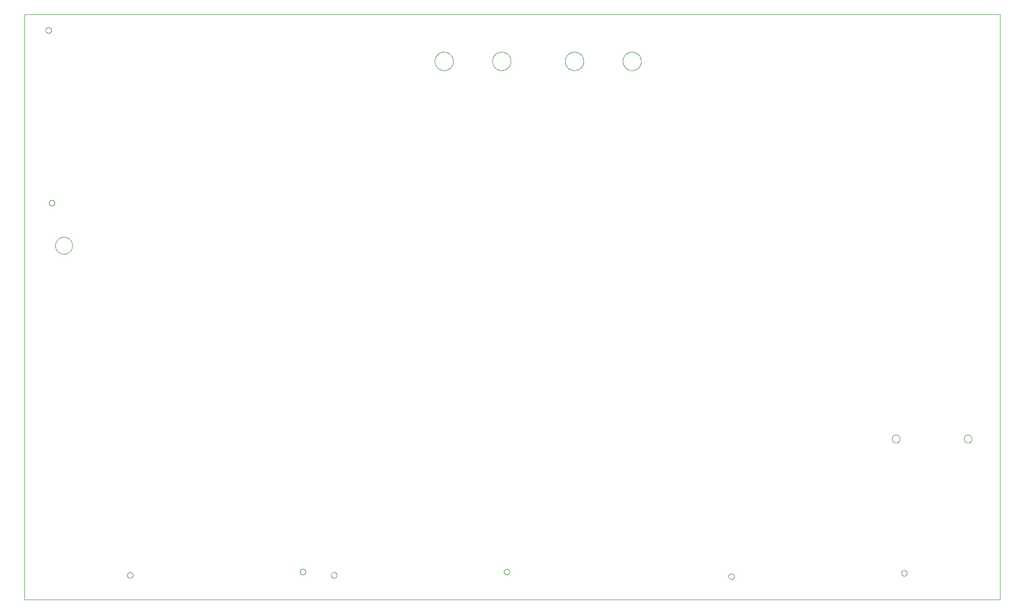
<source format=gko>
G75*
%MOIN*%
%OFA0B0*%
%FSLAX25Y25*%
%IPPOS*%
%LPD*%
%AMOC8*
5,1,8,0,0,1.08239X$1,22.5*
%
%ADD10C,0.00000*%
D10*
X0011882Y0004257D02*
X0689492Y0004257D01*
X0689492Y0410769D01*
X0011882Y0410769D01*
X0011882Y0004257D01*
X0083313Y0021042D02*
X0083315Y0021130D01*
X0083321Y0021218D01*
X0083331Y0021306D01*
X0083345Y0021394D01*
X0083362Y0021480D01*
X0083384Y0021566D01*
X0083409Y0021650D01*
X0083439Y0021734D01*
X0083471Y0021816D01*
X0083508Y0021896D01*
X0083548Y0021975D01*
X0083592Y0022052D01*
X0083639Y0022127D01*
X0083689Y0022199D01*
X0083743Y0022270D01*
X0083799Y0022337D01*
X0083859Y0022403D01*
X0083921Y0022465D01*
X0083987Y0022525D01*
X0084054Y0022581D01*
X0084125Y0022635D01*
X0084197Y0022685D01*
X0084272Y0022732D01*
X0084349Y0022776D01*
X0084428Y0022816D01*
X0084508Y0022853D01*
X0084590Y0022885D01*
X0084674Y0022915D01*
X0084758Y0022940D01*
X0084844Y0022962D01*
X0084930Y0022979D01*
X0085018Y0022993D01*
X0085106Y0023003D01*
X0085194Y0023009D01*
X0085282Y0023011D01*
X0085370Y0023009D01*
X0085458Y0023003D01*
X0085546Y0022993D01*
X0085634Y0022979D01*
X0085720Y0022962D01*
X0085806Y0022940D01*
X0085890Y0022915D01*
X0085974Y0022885D01*
X0086056Y0022853D01*
X0086136Y0022816D01*
X0086215Y0022776D01*
X0086292Y0022732D01*
X0086367Y0022685D01*
X0086439Y0022635D01*
X0086510Y0022581D01*
X0086577Y0022525D01*
X0086643Y0022465D01*
X0086705Y0022403D01*
X0086765Y0022337D01*
X0086821Y0022270D01*
X0086875Y0022199D01*
X0086925Y0022127D01*
X0086972Y0022052D01*
X0087016Y0021975D01*
X0087056Y0021896D01*
X0087093Y0021816D01*
X0087125Y0021734D01*
X0087155Y0021650D01*
X0087180Y0021566D01*
X0087202Y0021480D01*
X0087219Y0021394D01*
X0087233Y0021306D01*
X0087243Y0021218D01*
X0087249Y0021130D01*
X0087251Y0021042D01*
X0087249Y0020954D01*
X0087243Y0020866D01*
X0087233Y0020778D01*
X0087219Y0020690D01*
X0087202Y0020604D01*
X0087180Y0020518D01*
X0087155Y0020434D01*
X0087125Y0020350D01*
X0087093Y0020268D01*
X0087056Y0020188D01*
X0087016Y0020109D01*
X0086972Y0020032D01*
X0086925Y0019957D01*
X0086875Y0019885D01*
X0086821Y0019814D01*
X0086765Y0019747D01*
X0086705Y0019681D01*
X0086643Y0019619D01*
X0086577Y0019559D01*
X0086510Y0019503D01*
X0086439Y0019449D01*
X0086367Y0019399D01*
X0086292Y0019352D01*
X0086215Y0019308D01*
X0086136Y0019268D01*
X0086056Y0019231D01*
X0085974Y0019199D01*
X0085890Y0019169D01*
X0085806Y0019144D01*
X0085720Y0019122D01*
X0085634Y0019105D01*
X0085546Y0019091D01*
X0085458Y0019081D01*
X0085370Y0019075D01*
X0085282Y0019073D01*
X0085194Y0019075D01*
X0085106Y0019081D01*
X0085018Y0019091D01*
X0084930Y0019105D01*
X0084844Y0019122D01*
X0084758Y0019144D01*
X0084674Y0019169D01*
X0084590Y0019199D01*
X0084508Y0019231D01*
X0084428Y0019268D01*
X0084349Y0019308D01*
X0084272Y0019352D01*
X0084197Y0019399D01*
X0084125Y0019449D01*
X0084054Y0019503D01*
X0083987Y0019559D01*
X0083921Y0019619D01*
X0083859Y0019681D01*
X0083799Y0019747D01*
X0083743Y0019814D01*
X0083689Y0019885D01*
X0083639Y0019957D01*
X0083592Y0020032D01*
X0083548Y0020109D01*
X0083508Y0020188D01*
X0083471Y0020268D01*
X0083439Y0020350D01*
X0083409Y0020434D01*
X0083384Y0020518D01*
X0083362Y0020604D01*
X0083345Y0020690D01*
X0083331Y0020778D01*
X0083321Y0020866D01*
X0083315Y0020954D01*
X0083313Y0021042D01*
X0203313Y0023405D02*
X0203315Y0023493D01*
X0203321Y0023581D01*
X0203331Y0023669D01*
X0203345Y0023757D01*
X0203362Y0023843D01*
X0203384Y0023929D01*
X0203409Y0024013D01*
X0203439Y0024097D01*
X0203471Y0024179D01*
X0203508Y0024259D01*
X0203548Y0024338D01*
X0203592Y0024415D01*
X0203639Y0024490D01*
X0203689Y0024562D01*
X0203743Y0024633D01*
X0203799Y0024700D01*
X0203859Y0024766D01*
X0203921Y0024828D01*
X0203987Y0024888D01*
X0204054Y0024944D01*
X0204125Y0024998D01*
X0204197Y0025048D01*
X0204272Y0025095D01*
X0204349Y0025139D01*
X0204428Y0025179D01*
X0204508Y0025216D01*
X0204590Y0025248D01*
X0204674Y0025278D01*
X0204758Y0025303D01*
X0204844Y0025325D01*
X0204930Y0025342D01*
X0205018Y0025356D01*
X0205106Y0025366D01*
X0205194Y0025372D01*
X0205282Y0025374D01*
X0205370Y0025372D01*
X0205458Y0025366D01*
X0205546Y0025356D01*
X0205634Y0025342D01*
X0205720Y0025325D01*
X0205806Y0025303D01*
X0205890Y0025278D01*
X0205974Y0025248D01*
X0206056Y0025216D01*
X0206136Y0025179D01*
X0206215Y0025139D01*
X0206292Y0025095D01*
X0206367Y0025048D01*
X0206439Y0024998D01*
X0206510Y0024944D01*
X0206577Y0024888D01*
X0206643Y0024828D01*
X0206705Y0024766D01*
X0206765Y0024700D01*
X0206821Y0024633D01*
X0206875Y0024562D01*
X0206925Y0024490D01*
X0206972Y0024415D01*
X0207016Y0024338D01*
X0207056Y0024259D01*
X0207093Y0024179D01*
X0207125Y0024097D01*
X0207155Y0024013D01*
X0207180Y0023929D01*
X0207202Y0023843D01*
X0207219Y0023757D01*
X0207233Y0023669D01*
X0207243Y0023581D01*
X0207249Y0023493D01*
X0207251Y0023405D01*
X0207249Y0023317D01*
X0207243Y0023229D01*
X0207233Y0023141D01*
X0207219Y0023053D01*
X0207202Y0022967D01*
X0207180Y0022881D01*
X0207155Y0022797D01*
X0207125Y0022713D01*
X0207093Y0022631D01*
X0207056Y0022551D01*
X0207016Y0022472D01*
X0206972Y0022395D01*
X0206925Y0022320D01*
X0206875Y0022248D01*
X0206821Y0022177D01*
X0206765Y0022110D01*
X0206705Y0022044D01*
X0206643Y0021982D01*
X0206577Y0021922D01*
X0206510Y0021866D01*
X0206439Y0021812D01*
X0206367Y0021762D01*
X0206292Y0021715D01*
X0206215Y0021671D01*
X0206136Y0021631D01*
X0206056Y0021594D01*
X0205974Y0021562D01*
X0205890Y0021532D01*
X0205806Y0021507D01*
X0205720Y0021485D01*
X0205634Y0021468D01*
X0205546Y0021454D01*
X0205458Y0021444D01*
X0205370Y0021438D01*
X0205282Y0021436D01*
X0205194Y0021438D01*
X0205106Y0021444D01*
X0205018Y0021454D01*
X0204930Y0021468D01*
X0204844Y0021485D01*
X0204758Y0021507D01*
X0204674Y0021532D01*
X0204590Y0021562D01*
X0204508Y0021594D01*
X0204428Y0021631D01*
X0204349Y0021671D01*
X0204272Y0021715D01*
X0204197Y0021762D01*
X0204125Y0021812D01*
X0204054Y0021866D01*
X0203987Y0021922D01*
X0203921Y0021982D01*
X0203859Y0022044D01*
X0203799Y0022110D01*
X0203743Y0022177D01*
X0203689Y0022248D01*
X0203639Y0022320D01*
X0203592Y0022395D01*
X0203548Y0022472D01*
X0203508Y0022551D01*
X0203471Y0022631D01*
X0203439Y0022713D01*
X0203409Y0022797D01*
X0203384Y0022881D01*
X0203362Y0022967D01*
X0203345Y0023053D01*
X0203331Y0023141D01*
X0203321Y0023229D01*
X0203315Y0023317D01*
X0203313Y0023405D01*
X0225013Y0021042D02*
X0225015Y0021130D01*
X0225021Y0021218D01*
X0225031Y0021306D01*
X0225045Y0021394D01*
X0225062Y0021480D01*
X0225084Y0021566D01*
X0225109Y0021650D01*
X0225139Y0021734D01*
X0225171Y0021816D01*
X0225208Y0021896D01*
X0225248Y0021975D01*
X0225292Y0022052D01*
X0225339Y0022127D01*
X0225389Y0022199D01*
X0225443Y0022270D01*
X0225499Y0022337D01*
X0225559Y0022403D01*
X0225621Y0022465D01*
X0225687Y0022525D01*
X0225754Y0022581D01*
X0225825Y0022635D01*
X0225897Y0022685D01*
X0225972Y0022732D01*
X0226049Y0022776D01*
X0226128Y0022816D01*
X0226208Y0022853D01*
X0226290Y0022885D01*
X0226374Y0022915D01*
X0226458Y0022940D01*
X0226544Y0022962D01*
X0226630Y0022979D01*
X0226718Y0022993D01*
X0226806Y0023003D01*
X0226894Y0023009D01*
X0226982Y0023011D01*
X0227070Y0023009D01*
X0227158Y0023003D01*
X0227246Y0022993D01*
X0227334Y0022979D01*
X0227420Y0022962D01*
X0227506Y0022940D01*
X0227590Y0022915D01*
X0227674Y0022885D01*
X0227756Y0022853D01*
X0227836Y0022816D01*
X0227915Y0022776D01*
X0227992Y0022732D01*
X0228067Y0022685D01*
X0228139Y0022635D01*
X0228210Y0022581D01*
X0228277Y0022525D01*
X0228343Y0022465D01*
X0228405Y0022403D01*
X0228465Y0022337D01*
X0228521Y0022270D01*
X0228575Y0022199D01*
X0228625Y0022127D01*
X0228672Y0022052D01*
X0228716Y0021975D01*
X0228756Y0021896D01*
X0228793Y0021816D01*
X0228825Y0021734D01*
X0228855Y0021650D01*
X0228880Y0021566D01*
X0228902Y0021480D01*
X0228919Y0021394D01*
X0228933Y0021306D01*
X0228943Y0021218D01*
X0228949Y0021130D01*
X0228951Y0021042D01*
X0228949Y0020954D01*
X0228943Y0020866D01*
X0228933Y0020778D01*
X0228919Y0020690D01*
X0228902Y0020604D01*
X0228880Y0020518D01*
X0228855Y0020434D01*
X0228825Y0020350D01*
X0228793Y0020268D01*
X0228756Y0020188D01*
X0228716Y0020109D01*
X0228672Y0020032D01*
X0228625Y0019957D01*
X0228575Y0019885D01*
X0228521Y0019814D01*
X0228465Y0019747D01*
X0228405Y0019681D01*
X0228343Y0019619D01*
X0228277Y0019559D01*
X0228210Y0019503D01*
X0228139Y0019449D01*
X0228067Y0019399D01*
X0227992Y0019352D01*
X0227915Y0019308D01*
X0227836Y0019268D01*
X0227756Y0019231D01*
X0227674Y0019199D01*
X0227590Y0019169D01*
X0227506Y0019144D01*
X0227420Y0019122D01*
X0227334Y0019105D01*
X0227246Y0019091D01*
X0227158Y0019081D01*
X0227070Y0019075D01*
X0226982Y0019073D01*
X0226894Y0019075D01*
X0226806Y0019081D01*
X0226718Y0019091D01*
X0226630Y0019105D01*
X0226544Y0019122D01*
X0226458Y0019144D01*
X0226374Y0019169D01*
X0226290Y0019199D01*
X0226208Y0019231D01*
X0226128Y0019268D01*
X0226049Y0019308D01*
X0225972Y0019352D01*
X0225897Y0019399D01*
X0225825Y0019449D01*
X0225754Y0019503D01*
X0225687Y0019559D01*
X0225621Y0019619D01*
X0225559Y0019681D01*
X0225499Y0019747D01*
X0225443Y0019814D01*
X0225389Y0019885D01*
X0225339Y0019957D01*
X0225292Y0020032D01*
X0225248Y0020109D01*
X0225208Y0020188D01*
X0225171Y0020268D01*
X0225139Y0020350D01*
X0225109Y0020434D01*
X0225084Y0020518D01*
X0225062Y0020604D01*
X0225045Y0020690D01*
X0225031Y0020778D01*
X0225021Y0020866D01*
X0225015Y0020954D01*
X0225013Y0021042D01*
X0345013Y0023405D02*
X0345015Y0023493D01*
X0345021Y0023581D01*
X0345031Y0023669D01*
X0345045Y0023757D01*
X0345062Y0023843D01*
X0345084Y0023929D01*
X0345109Y0024013D01*
X0345139Y0024097D01*
X0345171Y0024179D01*
X0345208Y0024259D01*
X0345248Y0024338D01*
X0345292Y0024415D01*
X0345339Y0024490D01*
X0345389Y0024562D01*
X0345443Y0024633D01*
X0345499Y0024700D01*
X0345559Y0024766D01*
X0345621Y0024828D01*
X0345687Y0024888D01*
X0345754Y0024944D01*
X0345825Y0024998D01*
X0345897Y0025048D01*
X0345972Y0025095D01*
X0346049Y0025139D01*
X0346128Y0025179D01*
X0346208Y0025216D01*
X0346290Y0025248D01*
X0346374Y0025278D01*
X0346458Y0025303D01*
X0346544Y0025325D01*
X0346630Y0025342D01*
X0346718Y0025356D01*
X0346806Y0025366D01*
X0346894Y0025372D01*
X0346982Y0025374D01*
X0347070Y0025372D01*
X0347158Y0025366D01*
X0347246Y0025356D01*
X0347334Y0025342D01*
X0347420Y0025325D01*
X0347506Y0025303D01*
X0347590Y0025278D01*
X0347674Y0025248D01*
X0347756Y0025216D01*
X0347836Y0025179D01*
X0347915Y0025139D01*
X0347992Y0025095D01*
X0348067Y0025048D01*
X0348139Y0024998D01*
X0348210Y0024944D01*
X0348277Y0024888D01*
X0348343Y0024828D01*
X0348405Y0024766D01*
X0348465Y0024700D01*
X0348521Y0024633D01*
X0348575Y0024562D01*
X0348625Y0024490D01*
X0348672Y0024415D01*
X0348716Y0024338D01*
X0348756Y0024259D01*
X0348793Y0024179D01*
X0348825Y0024097D01*
X0348855Y0024013D01*
X0348880Y0023929D01*
X0348902Y0023843D01*
X0348919Y0023757D01*
X0348933Y0023669D01*
X0348943Y0023581D01*
X0348949Y0023493D01*
X0348951Y0023405D01*
X0348949Y0023317D01*
X0348943Y0023229D01*
X0348933Y0023141D01*
X0348919Y0023053D01*
X0348902Y0022967D01*
X0348880Y0022881D01*
X0348855Y0022797D01*
X0348825Y0022713D01*
X0348793Y0022631D01*
X0348756Y0022551D01*
X0348716Y0022472D01*
X0348672Y0022395D01*
X0348625Y0022320D01*
X0348575Y0022248D01*
X0348521Y0022177D01*
X0348465Y0022110D01*
X0348405Y0022044D01*
X0348343Y0021982D01*
X0348277Y0021922D01*
X0348210Y0021866D01*
X0348139Y0021812D01*
X0348067Y0021762D01*
X0347992Y0021715D01*
X0347915Y0021671D01*
X0347836Y0021631D01*
X0347756Y0021594D01*
X0347674Y0021562D01*
X0347590Y0021532D01*
X0347506Y0021507D01*
X0347420Y0021485D01*
X0347334Y0021468D01*
X0347246Y0021454D01*
X0347158Y0021444D01*
X0347070Y0021438D01*
X0346982Y0021436D01*
X0346894Y0021438D01*
X0346806Y0021444D01*
X0346718Y0021454D01*
X0346630Y0021468D01*
X0346544Y0021485D01*
X0346458Y0021507D01*
X0346374Y0021532D01*
X0346290Y0021562D01*
X0346208Y0021594D01*
X0346128Y0021631D01*
X0346049Y0021671D01*
X0345972Y0021715D01*
X0345897Y0021762D01*
X0345825Y0021812D01*
X0345754Y0021866D01*
X0345687Y0021922D01*
X0345621Y0021982D01*
X0345559Y0022044D01*
X0345499Y0022110D01*
X0345443Y0022177D01*
X0345389Y0022248D01*
X0345339Y0022320D01*
X0345292Y0022395D01*
X0345248Y0022472D01*
X0345208Y0022551D01*
X0345171Y0022631D01*
X0345139Y0022713D01*
X0345109Y0022797D01*
X0345084Y0022881D01*
X0345062Y0022967D01*
X0345045Y0023053D01*
X0345031Y0023141D01*
X0345021Y0023229D01*
X0345015Y0023317D01*
X0345013Y0023405D01*
X0501013Y0020142D02*
X0501015Y0020230D01*
X0501021Y0020318D01*
X0501031Y0020406D01*
X0501045Y0020494D01*
X0501062Y0020580D01*
X0501084Y0020666D01*
X0501109Y0020750D01*
X0501139Y0020834D01*
X0501171Y0020916D01*
X0501208Y0020996D01*
X0501248Y0021075D01*
X0501292Y0021152D01*
X0501339Y0021227D01*
X0501389Y0021299D01*
X0501443Y0021370D01*
X0501499Y0021437D01*
X0501559Y0021503D01*
X0501621Y0021565D01*
X0501687Y0021625D01*
X0501754Y0021681D01*
X0501825Y0021735D01*
X0501897Y0021785D01*
X0501972Y0021832D01*
X0502049Y0021876D01*
X0502128Y0021916D01*
X0502208Y0021953D01*
X0502290Y0021985D01*
X0502374Y0022015D01*
X0502458Y0022040D01*
X0502544Y0022062D01*
X0502630Y0022079D01*
X0502718Y0022093D01*
X0502806Y0022103D01*
X0502894Y0022109D01*
X0502982Y0022111D01*
X0503070Y0022109D01*
X0503158Y0022103D01*
X0503246Y0022093D01*
X0503334Y0022079D01*
X0503420Y0022062D01*
X0503506Y0022040D01*
X0503590Y0022015D01*
X0503674Y0021985D01*
X0503756Y0021953D01*
X0503836Y0021916D01*
X0503915Y0021876D01*
X0503992Y0021832D01*
X0504067Y0021785D01*
X0504139Y0021735D01*
X0504210Y0021681D01*
X0504277Y0021625D01*
X0504343Y0021565D01*
X0504405Y0021503D01*
X0504465Y0021437D01*
X0504521Y0021370D01*
X0504575Y0021299D01*
X0504625Y0021227D01*
X0504672Y0021152D01*
X0504716Y0021075D01*
X0504756Y0020996D01*
X0504793Y0020916D01*
X0504825Y0020834D01*
X0504855Y0020750D01*
X0504880Y0020666D01*
X0504902Y0020580D01*
X0504919Y0020494D01*
X0504933Y0020406D01*
X0504943Y0020318D01*
X0504949Y0020230D01*
X0504951Y0020142D01*
X0504949Y0020054D01*
X0504943Y0019966D01*
X0504933Y0019878D01*
X0504919Y0019790D01*
X0504902Y0019704D01*
X0504880Y0019618D01*
X0504855Y0019534D01*
X0504825Y0019450D01*
X0504793Y0019368D01*
X0504756Y0019288D01*
X0504716Y0019209D01*
X0504672Y0019132D01*
X0504625Y0019057D01*
X0504575Y0018985D01*
X0504521Y0018914D01*
X0504465Y0018847D01*
X0504405Y0018781D01*
X0504343Y0018719D01*
X0504277Y0018659D01*
X0504210Y0018603D01*
X0504139Y0018549D01*
X0504067Y0018499D01*
X0503992Y0018452D01*
X0503915Y0018408D01*
X0503836Y0018368D01*
X0503756Y0018331D01*
X0503674Y0018299D01*
X0503590Y0018269D01*
X0503506Y0018244D01*
X0503420Y0018222D01*
X0503334Y0018205D01*
X0503246Y0018191D01*
X0503158Y0018181D01*
X0503070Y0018175D01*
X0502982Y0018173D01*
X0502894Y0018175D01*
X0502806Y0018181D01*
X0502718Y0018191D01*
X0502630Y0018205D01*
X0502544Y0018222D01*
X0502458Y0018244D01*
X0502374Y0018269D01*
X0502290Y0018299D01*
X0502208Y0018331D01*
X0502128Y0018368D01*
X0502049Y0018408D01*
X0501972Y0018452D01*
X0501897Y0018499D01*
X0501825Y0018549D01*
X0501754Y0018603D01*
X0501687Y0018659D01*
X0501621Y0018719D01*
X0501559Y0018781D01*
X0501499Y0018847D01*
X0501443Y0018914D01*
X0501389Y0018985D01*
X0501339Y0019057D01*
X0501292Y0019132D01*
X0501248Y0019209D01*
X0501208Y0019288D01*
X0501171Y0019368D01*
X0501139Y0019450D01*
X0501109Y0019534D01*
X0501084Y0019618D01*
X0501062Y0019704D01*
X0501045Y0019790D01*
X0501031Y0019878D01*
X0501021Y0019966D01*
X0501015Y0020054D01*
X0501013Y0020142D01*
X0621013Y0022505D02*
X0621015Y0022593D01*
X0621021Y0022681D01*
X0621031Y0022769D01*
X0621045Y0022857D01*
X0621062Y0022943D01*
X0621084Y0023029D01*
X0621109Y0023113D01*
X0621139Y0023197D01*
X0621171Y0023279D01*
X0621208Y0023359D01*
X0621248Y0023438D01*
X0621292Y0023515D01*
X0621339Y0023590D01*
X0621389Y0023662D01*
X0621443Y0023733D01*
X0621499Y0023800D01*
X0621559Y0023866D01*
X0621621Y0023928D01*
X0621687Y0023988D01*
X0621754Y0024044D01*
X0621825Y0024098D01*
X0621897Y0024148D01*
X0621972Y0024195D01*
X0622049Y0024239D01*
X0622128Y0024279D01*
X0622208Y0024316D01*
X0622290Y0024348D01*
X0622374Y0024378D01*
X0622458Y0024403D01*
X0622544Y0024425D01*
X0622630Y0024442D01*
X0622718Y0024456D01*
X0622806Y0024466D01*
X0622894Y0024472D01*
X0622982Y0024474D01*
X0623070Y0024472D01*
X0623158Y0024466D01*
X0623246Y0024456D01*
X0623334Y0024442D01*
X0623420Y0024425D01*
X0623506Y0024403D01*
X0623590Y0024378D01*
X0623674Y0024348D01*
X0623756Y0024316D01*
X0623836Y0024279D01*
X0623915Y0024239D01*
X0623992Y0024195D01*
X0624067Y0024148D01*
X0624139Y0024098D01*
X0624210Y0024044D01*
X0624277Y0023988D01*
X0624343Y0023928D01*
X0624405Y0023866D01*
X0624465Y0023800D01*
X0624521Y0023733D01*
X0624575Y0023662D01*
X0624625Y0023590D01*
X0624672Y0023515D01*
X0624716Y0023438D01*
X0624756Y0023359D01*
X0624793Y0023279D01*
X0624825Y0023197D01*
X0624855Y0023113D01*
X0624880Y0023029D01*
X0624902Y0022943D01*
X0624919Y0022857D01*
X0624933Y0022769D01*
X0624943Y0022681D01*
X0624949Y0022593D01*
X0624951Y0022505D01*
X0624949Y0022417D01*
X0624943Y0022329D01*
X0624933Y0022241D01*
X0624919Y0022153D01*
X0624902Y0022067D01*
X0624880Y0021981D01*
X0624855Y0021897D01*
X0624825Y0021813D01*
X0624793Y0021731D01*
X0624756Y0021651D01*
X0624716Y0021572D01*
X0624672Y0021495D01*
X0624625Y0021420D01*
X0624575Y0021348D01*
X0624521Y0021277D01*
X0624465Y0021210D01*
X0624405Y0021144D01*
X0624343Y0021082D01*
X0624277Y0021022D01*
X0624210Y0020966D01*
X0624139Y0020912D01*
X0624067Y0020862D01*
X0623992Y0020815D01*
X0623915Y0020771D01*
X0623836Y0020731D01*
X0623756Y0020694D01*
X0623674Y0020662D01*
X0623590Y0020632D01*
X0623506Y0020607D01*
X0623420Y0020585D01*
X0623334Y0020568D01*
X0623246Y0020554D01*
X0623158Y0020544D01*
X0623070Y0020538D01*
X0622982Y0020536D01*
X0622894Y0020538D01*
X0622806Y0020544D01*
X0622718Y0020554D01*
X0622630Y0020568D01*
X0622544Y0020585D01*
X0622458Y0020607D01*
X0622374Y0020632D01*
X0622290Y0020662D01*
X0622208Y0020694D01*
X0622128Y0020731D01*
X0622049Y0020771D01*
X0621972Y0020815D01*
X0621897Y0020862D01*
X0621825Y0020912D01*
X0621754Y0020966D01*
X0621687Y0021022D01*
X0621621Y0021082D01*
X0621559Y0021144D01*
X0621499Y0021210D01*
X0621443Y0021277D01*
X0621389Y0021348D01*
X0621339Y0021420D01*
X0621292Y0021495D01*
X0621248Y0021572D01*
X0621208Y0021651D01*
X0621171Y0021731D01*
X0621139Y0021813D01*
X0621109Y0021897D01*
X0621084Y0021981D01*
X0621062Y0022067D01*
X0621045Y0022153D01*
X0621031Y0022241D01*
X0621021Y0022329D01*
X0621015Y0022417D01*
X0621013Y0022505D01*
X0614448Y0115832D02*
X0614450Y0115937D01*
X0614456Y0116042D01*
X0614466Y0116147D01*
X0614480Y0116252D01*
X0614497Y0116356D01*
X0614519Y0116459D01*
X0614545Y0116561D01*
X0614574Y0116662D01*
X0614607Y0116762D01*
X0614644Y0116861D01*
X0614684Y0116958D01*
X0614729Y0117054D01*
X0614776Y0117148D01*
X0614828Y0117240D01*
X0614882Y0117330D01*
X0614940Y0117418D01*
X0615001Y0117503D01*
X0615066Y0117587D01*
X0615133Y0117667D01*
X0615204Y0117746D01*
X0615277Y0117821D01*
X0615354Y0117894D01*
X0615433Y0117964D01*
X0615514Y0118030D01*
X0615598Y0118094D01*
X0615684Y0118155D01*
X0615773Y0118212D01*
X0615863Y0118266D01*
X0615956Y0118316D01*
X0616050Y0118363D01*
X0616146Y0118406D01*
X0616244Y0118446D01*
X0616343Y0118482D01*
X0616443Y0118514D01*
X0616545Y0118542D01*
X0616647Y0118567D01*
X0616750Y0118587D01*
X0616854Y0118604D01*
X0616959Y0118617D01*
X0617064Y0118626D01*
X0617169Y0118631D01*
X0617274Y0118632D01*
X0617380Y0118629D01*
X0617485Y0118622D01*
X0617590Y0118611D01*
X0617694Y0118596D01*
X0617797Y0118578D01*
X0617900Y0118555D01*
X0618002Y0118528D01*
X0618103Y0118498D01*
X0618203Y0118464D01*
X0618301Y0118426D01*
X0618398Y0118385D01*
X0618493Y0118340D01*
X0618587Y0118291D01*
X0618678Y0118239D01*
X0618768Y0118184D01*
X0618855Y0118125D01*
X0618940Y0118063D01*
X0619023Y0117997D01*
X0619103Y0117929D01*
X0619181Y0117858D01*
X0619256Y0117784D01*
X0619328Y0117707D01*
X0619397Y0117627D01*
X0619463Y0117545D01*
X0619526Y0117461D01*
X0619585Y0117374D01*
X0619642Y0117285D01*
X0619695Y0117194D01*
X0619744Y0117101D01*
X0619790Y0117006D01*
X0619832Y0116910D01*
X0619871Y0116812D01*
X0619906Y0116712D01*
X0619937Y0116612D01*
X0619965Y0116510D01*
X0619988Y0116407D01*
X0620008Y0116304D01*
X0620024Y0116200D01*
X0620036Y0116095D01*
X0620044Y0115990D01*
X0620048Y0115885D01*
X0620048Y0115779D01*
X0620044Y0115674D01*
X0620036Y0115569D01*
X0620024Y0115464D01*
X0620008Y0115360D01*
X0619988Y0115257D01*
X0619965Y0115154D01*
X0619937Y0115052D01*
X0619906Y0114952D01*
X0619871Y0114852D01*
X0619832Y0114754D01*
X0619790Y0114658D01*
X0619744Y0114563D01*
X0619695Y0114470D01*
X0619642Y0114379D01*
X0619585Y0114290D01*
X0619526Y0114203D01*
X0619463Y0114119D01*
X0619397Y0114037D01*
X0619328Y0113957D01*
X0619256Y0113880D01*
X0619181Y0113806D01*
X0619103Y0113735D01*
X0619023Y0113667D01*
X0618940Y0113601D01*
X0618855Y0113539D01*
X0618768Y0113480D01*
X0618678Y0113425D01*
X0618587Y0113373D01*
X0618493Y0113324D01*
X0618398Y0113279D01*
X0618301Y0113238D01*
X0618203Y0113200D01*
X0618103Y0113166D01*
X0618002Y0113136D01*
X0617900Y0113109D01*
X0617797Y0113086D01*
X0617694Y0113068D01*
X0617590Y0113053D01*
X0617485Y0113042D01*
X0617380Y0113035D01*
X0617274Y0113032D01*
X0617169Y0113033D01*
X0617064Y0113038D01*
X0616959Y0113047D01*
X0616854Y0113060D01*
X0616750Y0113077D01*
X0616647Y0113097D01*
X0616545Y0113122D01*
X0616443Y0113150D01*
X0616343Y0113182D01*
X0616244Y0113218D01*
X0616146Y0113258D01*
X0616050Y0113301D01*
X0615956Y0113348D01*
X0615863Y0113398D01*
X0615773Y0113452D01*
X0615684Y0113509D01*
X0615598Y0113570D01*
X0615514Y0113634D01*
X0615433Y0113700D01*
X0615354Y0113770D01*
X0615277Y0113843D01*
X0615204Y0113918D01*
X0615133Y0113997D01*
X0615066Y0114077D01*
X0615001Y0114161D01*
X0614940Y0114246D01*
X0614882Y0114334D01*
X0614828Y0114424D01*
X0614776Y0114516D01*
X0614729Y0114610D01*
X0614684Y0114706D01*
X0614644Y0114803D01*
X0614607Y0114902D01*
X0614574Y0115002D01*
X0614545Y0115103D01*
X0614519Y0115205D01*
X0614497Y0115308D01*
X0614480Y0115412D01*
X0614466Y0115517D01*
X0614456Y0115622D01*
X0614450Y0115727D01*
X0614448Y0115832D01*
X0664448Y0115832D02*
X0664450Y0115937D01*
X0664456Y0116042D01*
X0664466Y0116147D01*
X0664480Y0116252D01*
X0664497Y0116356D01*
X0664519Y0116459D01*
X0664545Y0116561D01*
X0664574Y0116662D01*
X0664607Y0116762D01*
X0664644Y0116861D01*
X0664684Y0116958D01*
X0664729Y0117054D01*
X0664776Y0117148D01*
X0664828Y0117240D01*
X0664882Y0117330D01*
X0664940Y0117418D01*
X0665001Y0117503D01*
X0665066Y0117587D01*
X0665133Y0117667D01*
X0665204Y0117746D01*
X0665277Y0117821D01*
X0665354Y0117894D01*
X0665433Y0117964D01*
X0665514Y0118030D01*
X0665598Y0118094D01*
X0665684Y0118155D01*
X0665773Y0118212D01*
X0665863Y0118266D01*
X0665956Y0118316D01*
X0666050Y0118363D01*
X0666146Y0118406D01*
X0666244Y0118446D01*
X0666343Y0118482D01*
X0666443Y0118514D01*
X0666545Y0118542D01*
X0666647Y0118567D01*
X0666750Y0118587D01*
X0666854Y0118604D01*
X0666959Y0118617D01*
X0667064Y0118626D01*
X0667169Y0118631D01*
X0667274Y0118632D01*
X0667380Y0118629D01*
X0667485Y0118622D01*
X0667590Y0118611D01*
X0667694Y0118596D01*
X0667797Y0118578D01*
X0667900Y0118555D01*
X0668002Y0118528D01*
X0668103Y0118498D01*
X0668203Y0118464D01*
X0668301Y0118426D01*
X0668398Y0118385D01*
X0668493Y0118340D01*
X0668587Y0118291D01*
X0668678Y0118239D01*
X0668768Y0118184D01*
X0668855Y0118125D01*
X0668940Y0118063D01*
X0669023Y0117997D01*
X0669103Y0117929D01*
X0669181Y0117858D01*
X0669256Y0117784D01*
X0669328Y0117707D01*
X0669397Y0117627D01*
X0669463Y0117545D01*
X0669526Y0117461D01*
X0669585Y0117374D01*
X0669642Y0117285D01*
X0669695Y0117194D01*
X0669744Y0117101D01*
X0669790Y0117006D01*
X0669832Y0116910D01*
X0669871Y0116812D01*
X0669906Y0116712D01*
X0669937Y0116612D01*
X0669965Y0116510D01*
X0669988Y0116407D01*
X0670008Y0116304D01*
X0670024Y0116200D01*
X0670036Y0116095D01*
X0670044Y0115990D01*
X0670048Y0115885D01*
X0670048Y0115779D01*
X0670044Y0115674D01*
X0670036Y0115569D01*
X0670024Y0115464D01*
X0670008Y0115360D01*
X0669988Y0115257D01*
X0669965Y0115154D01*
X0669937Y0115052D01*
X0669906Y0114952D01*
X0669871Y0114852D01*
X0669832Y0114754D01*
X0669790Y0114658D01*
X0669744Y0114563D01*
X0669695Y0114470D01*
X0669642Y0114379D01*
X0669585Y0114290D01*
X0669526Y0114203D01*
X0669463Y0114119D01*
X0669397Y0114037D01*
X0669328Y0113957D01*
X0669256Y0113880D01*
X0669181Y0113806D01*
X0669103Y0113735D01*
X0669023Y0113667D01*
X0668940Y0113601D01*
X0668855Y0113539D01*
X0668768Y0113480D01*
X0668678Y0113425D01*
X0668587Y0113373D01*
X0668493Y0113324D01*
X0668398Y0113279D01*
X0668301Y0113238D01*
X0668203Y0113200D01*
X0668103Y0113166D01*
X0668002Y0113136D01*
X0667900Y0113109D01*
X0667797Y0113086D01*
X0667694Y0113068D01*
X0667590Y0113053D01*
X0667485Y0113042D01*
X0667380Y0113035D01*
X0667274Y0113032D01*
X0667169Y0113033D01*
X0667064Y0113038D01*
X0666959Y0113047D01*
X0666854Y0113060D01*
X0666750Y0113077D01*
X0666647Y0113097D01*
X0666545Y0113122D01*
X0666443Y0113150D01*
X0666343Y0113182D01*
X0666244Y0113218D01*
X0666146Y0113258D01*
X0666050Y0113301D01*
X0665956Y0113348D01*
X0665863Y0113398D01*
X0665773Y0113452D01*
X0665684Y0113509D01*
X0665598Y0113570D01*
X0665514Y0113634D01*
X0665433Y0113700D01*
X0665354Y0113770D01*
X0665277Y0113843D01*
X0665204Y0113918D01*
X0665133Y0113997D01*
X0665066Y0114077D01*
X0665001Y0114161D01*
X0664940Y0114246D01*
X0664882Y0114334D01*
X0664828Y0114424D01*
X0664776Y0114516D01*
X0664729Y0114610D01*
X0664684Y0114706D01*
X0664644Y0114803D01*
X0664607Y0114902D01*
X0664574Y0115002D01*
X0664545Y0115103D01*
X0664519Y0115205D01*
X0664497Y0115308D01*
X0664480Y0115412D01*
X0664466Y0115517D01*
X0664456Y0115622D01*
X0664450Y0115727D01*
X0664448Y0115832D01*
X0427502Y0378273D02*
X0427504Y0378433D01*
X0427510Y0378592D01*
X0427520Y0378751D01*
X0427534Y0378910D01*
X0427552Y0379069D01*
X0427573Y0379227D01*
X0427599Y0379384D01*
X0427629Y0379541D01*
X0427662Y0379697D01*
X0427700Y0379852D01*
X0427741Y0380006D01*
X0427786Y0380159D01*
X0427835Y0380311D01*
X0427888Y0380462D01*
X0427944Y0380611D01*
X0428005Y0380759D01*
X0428068Y0380905D01*
X0428136Y0381050D01*
X0428207Y0381193D01*
X0428281Y0381334D01*
X0428359Y0381473D01*
X0428441Y0381610D01*
X0428526Y0381745D01*
X0428614Y0381878D01*
X0428706Y0382009D01*
X0428800Y0382137D01*
X0428898Y0382263D01*
X0428999Y0382387D01*
X0429103Y0382508D01*
X0429210Y0382626D01*
X0429320Y0382742D01*
X0429433Y0382855D01*
X0429549Y0382965D01*
X0429667Y0383072D01*
X0429788Y0383176D01*
X0429912Y0383277D01*
X0430038Y0383375D01*
X0430166Y0383469D01*
X0430297Y0383561D01*
X0430430Y0383649D01*
X0430565Y0383734D01*
X0430702Y0383816D01*
X0430841Y0383894D01*
X0430982Y0383968D01*
X0431125Y0384039D01*
X0431270Y0384107D01*
X0431416Y0384170D01*
X0431564Y0384231D01*
X0431713Y0384287D01*
X0431864Y0384340D01*
X0432016Y0384389D01*
X0432169Y0384434D01*
X0432323Y0384475D01*
X0432478Y0384513D01*
X0432634Y0384546D01*
X0432791Y0384576D01*
X0432948Y0384602D01*
X0433106Y0384623D01*
X0433265Y0384641D01*
X0433424Y0384655D01*
X0433583Y0384665D01*
X0433742Y0384671D01*
X0433902Y0384673D01*
X0434062Y0384671D01*
X0434221Y0384665D01*
X0434380Y0384655D01*
X0434539Y0384641D01*
X0434698Y0384623D01*
X0434856Y0384602D01*
X0435013Y0384576D01*
X0435170Y0384546D01*
X0435326Y0384513D01*
X0435481Y0384475D01*
X0435635Y0384434D01*
X0435788Y0384389D01*
X0435940Y0384340D01*
X0436091Y0384287D01*
X0436240Y0384231D01*
X0436388Y0384170D01*
X0436534Y0384107D01*
X0436679Y0384039D01*
X0436822Y0383968D01*
X0436963Y0383894D01*
X0437102Y0383816D01*
X0437239Y0383734D01*
X0437374Y0383649D01*
X0437507Y0383561D01*
X0437638Y0383469D01*
X0437766Y0383375D01*
X0437892Y0383277D01*
X0438016Y0383176D01*
X0438137Y0383072D01*
X0438255Y0382965D01*
X0438371Y0382855D01*
X0438484Y0382742D01*
X0438594Y0382626D01*
X0438701Y0382508D01*
X0438805Y0382387D01*
X0438906Y0382263D01*
X0439004Y0382137D01*
X0439098Y0382009D01*
X0439190Y0381878D01*
X0439278Y0381745D01*
X0439363Y0381610D01*
X0439445Y0381473D01*
X0439523Y0381334D01*
X0439597Y0381193D01*
X0439668Y0381050D01*
X0439736Y0380905D01*
X0439799Y0380759D01*
X0439860Y0380611D01*
X0439916Y0380462D01*
X0439969Y0380311D01*
X0440018Y0380159D01*
X0440063Y0380006D01*
X0440104Y0379852D01*
X0440142Y0379697D01*
X0440175Y0379541D01*
X0440205Y0379384D01*
X0440231Y0379227D01*
X0440252Y0379069D01*
X0440270Y0378910D01*
X0440284Y0378751D01*
X0440294Y0378592D01*
X0440300Y0378433D01*
X0440302Y0378273D01*
X0440300Y0378113D01*
X0440294Y0377954D01*
X0440284Y0377795D01*
X0440270Y0377636D01*
X0440252Y0377477D01*
X0440231Y0377319D01*
X0440205Y0377162D01*
X0440175Y0377005D01*
X0440142Y0376849D01*
X0440104Y0376694D01*
X0440063Y0376540D01*
X0440018Y0376387D01*
X0439969Y0376235D01*
X0439916Y0376084D01*
X0439860Y0375935D01*
X0439799Y0375787D01*
X0439736Y0375641D01*
X0439668Y0375496D01*
X0439597Y0375353D01*
X0439523Y0375212D01*
X0439445Y0375073D01*
X0439363Y0374936D01*
X0439278Y0374801D01*
X0439190Y0374668D01*
X0439098Y0374537D01*
X0439004Y0374409D01*
X0438906Y0374283D01*
X0438805Y0374159D01*
X0438701Y0374038D01*
X0438594Y0373920D01*
X0438484Y0373804D01*
X0438371Y0373691D01*
X0438255Y0373581D01*
X0438137Y0373474D01*
X0438016Y0373370D01*
X0437892Y0373269D01*
X0437766Y0373171D01*
X0437638Y0373077D01*
X0437507Y0372985D01*
X0437374Y0372897D01*
X0437239Y0372812D01*
X0437102Y0372730D01*
X0436963Y0372652D01*
X0436822Y0372578D01*
X0436679Y0372507D01*
X0436534Y0372439D01*
X0436388Y0372376D01*
X0436240Y0372315D01*
X0436091Y0372259D01*
X0435940Y0372206D01*
X0435788Y0372157D01*
X0435635Y0372112D01*
X0435481Y0372071D01*
X0435326Y0372033D01*
X0435170Y0372000D01*
X0435013Y0371970D01*
X0434856Y0371944D01*
X0434698Y0371923D01*
X0434539Y0371905D01*
X0434380Y0371891D01*
X0434221Y0371881D01*
X0434062Y0371875D01*
X0433902Y0371873D01*
X0433742Y0371875D01*
X0433583Y0371881D01*
X0433424Y0371891D01*
X0433265Y0371905D01*
X0433106Y0371923D01*
X0432948Y0371944D01*
X0432791Y0371970D01*
X0432634Y0372000D01*
X0432478Y0372033D01*
X0432323Y0372071D01*
X0432169Y0372112D01*
X0432016Y0372157D01*
X0431864Y0372206D01*
X0431713Y0372259D01*
X0431564Y0372315D01*
X0431416Y0372376D01*
X0431270Y0372439D01*
X0431125Y0372507D01*
X0430982Y0372578D01*
X0430841Y0372652D01*
X0430702Y0372730D01*
X0430565Y0372812D01*
X0430430Y0372897D01*
X0430297Y0372985D01*
X0430166Y0373077D01*
X0430038Y0373171D01*
X0429912Y0373269D01*
X0429788Y0373370D01*
X0429667Y0373474D01*
X0429549Y0373581D01*
X0429433Y0373691D01*
X0429320Y0373804D01*
X0429210Y0373920D01*
X0429103Y0374038D01*
X0428999Y0374159D01*
X0428898Y0374283D01*
X0428800Y0374409D01*
X0428706Y0374537D01*
X0428614Y0374668D01*
X0428526Y0374801D01*
X0428441Y0374936D01*
X0428359Y0375073D01*
X0428281Y0375212D01*
X0428207Y0375353D01*
X0428136Y0375496D01*
X0428068Y0375641D01*
X0428005Y0375787D01*
X0427944Y0375935D01*
X0427888Y0376084D01*
X0427835Y0376235D01*
X0427786Y0376387D01*
X0427741Y0376540D01*
X0427700Y0376694D01*
X0427662Y0376849D01*
X0427629Y0377005D01*
X0427599Y0377162D01*
X0427573Y0377319D01*
X0427552Y0377477D01*
X0427534Y0377636D01*
X0427520Y0377795D01*
X0427510Y0377954D01*
X0427504Y0378113D01*
X0427502Y0378273D01*
X0387502Y0378273D02*
X0387504Y0378433D01*
X0387510Y0378592D01*
X0387520Y0378751D01*
X0387534Y0378910D01*
X0387552Y0379069D01*
X0387573Y0379227D01*
X0387599Y0379384D01*
X0387629Y0379541D01*
X0387662Y0379697D01*
X0387700Y0379852D01*
X0387741Y0380006D01*
X0387786Y0380159D01*
X0387835Y0380311D01*
X0387888Y0380462D01*
X0387944Y0380611D01*
X0388005Y0380759D01*
X0388068Y0380905D01*
X0388136Y0381050D01*
X0388207Y0381193D01*
X0388281Y0381334D01*
X0388359Y0381473D01*
X0388441Y0381610D01*
X0388526Y0381745D01*
X0388614Y0381878D01*
X0388706Y0382009D01*
X0388800Y0382137D01*
X0388898Y0382263D01*
X0388999Y0382387D01*
X0389103Y0382508D01*
X0389210Y0382626D01*
X0389320Y0382742D01*
X0389433Y0382855D01*
X0389549Y0382965D01*
X0389667Y0383072D01*
X0389788Y0383176D01*
X0389912Y0383277D01*
X0390038Y0383375D01*
X0390166Y0383469D01*
X0390297Y0383561D01*
X0390430Y0383649D01*
X0390565Y0383734D01*
X0390702Y0383816D01*
X0390841Y0383894D01*
X0390982Y0383968D01*
X0391125Y0384039D01*
X0391270Y0384107D01*
X0391416Y0384170D01*
X0391564Y0384231D01*
X0391713Y0384287D01*
X0391864Y0384340D01*
X0392016Y0384389D01*
X0392169Y0384434D01*
X0392323Y0384475D01*
X0392478Y0384513D01*
X0392634Y0384546D01*
X0392791Y0384576D01*
X0392948Y0384602D01*
X0393106Y0384623D01*
X0393265Y0384641D01*
X0393424Y0384655D01*
X0393583Y0384665D01*
X0393742Y0384671D01*
X0393902Y0384673D01*
X0394062Y0384671D01*
X0394221Y0384665D01*
X0394380Y0384655D01*
X0394539Y0384641D01*
X0394698Y0384623D01*
X0394856Y0384602D01*
X0395013Y0384576D01*
X0395170Y0384546D01*
X0395326Y0384513D01*
X0395481Y0384475D01*
X0395635Y0384434D01*
X0395788Y0384389D01*
X0395940Y0384340D01*
X0396091Y0384287D01*
X0396240Y0384231D01*
X0396388Y0384170D01*
X0396534Y0384107D01*
X0396679Y0384039D01*
X0396822Y0383968D01*
X0396963Y0383894D01*
X0397102Y0383816D01*
X0397239Y0383734D01*
X0397374Y0383649D01*
X0397507Y0383561D01*
X0397638Y0383469D01*
X0397766Y0383375D01*
X0397892Y0383277D01*
X0398016Y0383176D01*
X0398137Y0383072D01*
X0398255Y0382965D01*
X0398371Y0382855D01*
X0398484Y0382742D01*
X0398594Y0382626D01*
X0398701Y0382508D01*
X0398805Y0382387D01*
X0398906Y0382263D01*
X0399004Y0382137D01*
X0399098Y0382009D01*
X0399190Y0381878D01*
X0399278Y0381745D01*
X0399363Y0381610D01*
X0399445Y0381473D01*
X0399523Y0381334D01*
X0399597Y0381193D01*
X0399668Y0381050D01*
X0399736Y0380905D01*
X0399799Y0380759D01*
X0399860Y0380611D01*
X0399916Y0380462D01*
X0399969Y0380311D01*
X0400018Y0380159D01*
X0400063Y0380006D01*
X0400104Y0379852D01*
X0400142Y0379697D01*
X0400175Y0379541D01*
X0400205Y0379384D01*
X0400231Y0379227D01*
X0400252Y0379069D01*
X0400270Y0378910D01*
X0400284Y0378751D01*
X0400294Y0378592D01*
X0400300Y0378433D01*
X0400302Y0378273D01*
X0400300Y0378113D01*
X0400294Y0377954D01*
X0400284Y0377795D01*
X0400270Y0377636D01*
X0400252Y0377477D01*
X0400231Y0377319D01*
X0400205Y0377162D01*
X0400175Y0377005D01*
X0400142Y0376849D01*
X0400104Y0376694D01*
X0400063Y0376540D01*
X0400018Y0376387D01*
X0399969Y0376235D01*
X0399916Y0376084D01*
X0399860Y0375935D01*
X0399799Y0375787D01*
X0399736Y0375641D01*
X0399668Y0375496D01*
X0399597Y0375353D01*
X0399523Y0375212D01*
X0399445Y0375073D01*
X0399363Y0374936D01*
X0399278Y0374801D01*
X0399190Y0374668D01*
X0399098Y0374537D01*
X0399004Y0374409D01*
X0398906Y0374283D01*
X0398805Y0374159D01*
X0398701Y0374038D01*
X0398594Y0373920D01*
X0398484Y0373804D01*
X0398371Y0373691D01*
X0398255Y0373581D01*
X0398137Y0373474D01*
X0398016Y0373370D01*
X0397892Y0373269D01*
X0397766Y0373171D01*
X0397638Y0373077D01*
X0397507Y0372985D01*
X0397374Y0372897D01*
X0397239Y0372812D01*
X0397102Y0372730D01*
X0396963Y0372652D01*
X0396822Y0372578D01*
X0396679Y0372507D01*
X0396534Y0372439D01*
X0396388Y0372376D01*
X0396240Y0372315D01*
X0396091Y0372259D01*
X0395940Y0372206D01*
X0395788Y0372157D01*
X0395635Y0372112D01*
X0395481Y0372071D01*
X0395326Y0372033D01*
X0395170Y0372000D01*
X0395013Y0371970D01*
X0394856Y0371944D01*
X0394698Y0371923D01*
X0394539Y0371905D01*
X0394380Y0371891D01*
X0394221Y0371881D01*
X0394062Y0371875D01*
X0393902Y0371873D01*
X0393742Y0371875D01*
X0393583Y0371881D01*
X0393424Y0371891D01*
X0393265Y0371905D01*
X0393106Y0371923D01*
X0392948Y0371944D01*
X0392791Y0371970D01*
X0392634Y0372000D01*
X0392478Y0372033D01*
X0392323Y0372071D01*
X0392169Y0372112D01*
X0392016Y0372157D01*
X0391864Y0372206D01*
X0391713Y0372259D01*
X0391564Y0372315D01*
X0391416Y0372376D01*
X0391270Y0372439D01*
X0391125Y0372507D01*
X0390982Y0372578D01*
X0390841Y0372652D01*
X0390702Y0372730D01*
X0390565Y0372812D01*
X0390430Y0372897D01*
X0390297Y0372985D01*
X0390166Y0373077D01*
X0390038Y0373171D01*
X0389912Y0373269D01*
X0389788Y0373370D01*
X0389667Y0373474D01*
X0389549Y0373581D01*
X0389433Y0373691D01*
X0389320Y0373804D01*
X0389210Y0373920D01*
X0389103Y0374038D01*
X0388999Y0374159D01*
X0388898Y0374283D01*
X0388800Y0374409D01*
X0388706Y0374537D01*
X0388614Y0374668D01*
X0388526Y0374801D01*
X0388441Y0374936D01*
X0388359Y0375073D01*
X0388281Y0375212D01*
X0388207Y0375353D01*
X0388136Y0375496D01*
X0388068Y0375641D01*
X0388005Y0375787D01*
X0387944Y0375935D01*
X0387888Y0376084D01*
X0387835Y0376235D01*
X0387786Y0376387D01*
X0387741Y0376540D01*
X0387700Y0376694D01*
X0387662Y0376849D01*
X0387629Y0377005D01*
X0387599Y0377162D01*
X0387573Y0377319D01*
X0387552Y0377477D01*
X0387534Y0377636D01*
X0387520Y0377795D01*
X0387510Y0377954D01*
X0387504Y0378113D01*
X0387502Y0378273D01*
X0336950Y0378273D02*
X0336952Y0378433D01*
X0336958Y0378592D01*
X0336968Y0378751D01*
X0336982Y0378910D01*
X0337000Y0379069D01*
X0337021Y0379227D01*
X0337047Y0379384D01*
X0337077Y0379541D01*
X0337110Y0379697D01*
X0337148Y0379852D01*
X0337189Y0380006D01*
X0337234Y0380159D01*
X0337283Y0380311D01*
X0337336Y0380462D01*
X0337392Y0380611D01*
X0337453Y0380759D01*
X0337516Y0380905D01*
X0337584Y0381050D01*
X0337655Y0381193D01*
X0337729Y0381334D01*
X0337807Y0381473D01*
X0337889Y0381610D01*
X0337974Y0381745D01*
X0338062Y0381878D01*
X0338154Y0382009D01*
X0338248Y0382137D01*
X0338346Y0382263D01*
X0338447Y0382387D01*
X0338551Y0382508D01*
X0338658Y0382626D01*
X0338768Y0382742D01*
X0338881Y0382855D01*
X0338997Y0382965D01*
X0339115Y0383072D01*
X0339236Y0383176D01*
X0339360Y0383277D01*
X0339486Y0383375D01*
X0339614Y0383469D01*
X0339745Y0383561D01*
X0339878Y0383649D01*
X0340013Y0383734D01*
X0340150Y0383816D01*
X0340289Y0383894D01*
X0340430Y0383968D01*
X0340573Y0384039D01*
X0340718Y0384107D01*
X0340864Y0384170D01*
X0341012Y0384231D01*
X0341161Y0384287D01*
X0341312Y0384340D01*
X0341464Y0384389D01*
X0341617Y0384434D01*
X0341771Y0384475D01*
X0341926Y0384513D01*
X0342082Y0384546D01*
X0342239Y0384576D01*
X0342396Y0384602D01*
X0342554Y0384623D01*
X0342713Y0384641D01*
X0342872Y0384655D01*
X0343031Y0384665D01*
X0343190Y0384671D01*
X0343350Y0384673D01*
X0343510Y0384671D01*
X0343669Y0384665D01*
X0343828Y0384655D01*
X0343987Y0384641D01*
X0344146Y0384623D01*
X0344304Y0384602D01*
X0344461Y0384576D01*
X0344618Y0384546D01*
X0344774Y0384513D01*
X0344929Y0384475D01*
X0345083Y0384434D01*
X0345236Y0384389D01*
X0345388Y0384340D01*
X0345539Y0384287D01*
X0345688Y0384231D01*
X0345836Y0384170D01*
X0345982Y0384107D01*
X0346127Y0384039D01*
X0346270Y0383968D01*
X0346411Y0383894D01*
X0346550Y0383816D01*
X0346687Y0383734D01*
X0346822Y0383649D01*
X0346955Y0383561D01*
X0347086Y0383469D01*
X0347214Y0383375D01*
X0347340Y0383277D01*
X0347464Y0383176D01*
X0347585Y0383072D01*
X0347703Y0382965D01*
X0347819Y0382855D01*
X0347932Y0382742D01*
X0348042Y0382626D01*
X0348149Y0382508D01*
X0348253Y0382387D01*
X0348354Y0382263D01*
X0348452Y0382137D01*
X0348546Y0382009D01*
X0348638Y0381878D01*
X0348726Y0381745D01*
X0348811Y0381610D01*
X0348893Y0381473D01*
X0348971Y0381334D01*
X0349045Y0381193D01*
X0349116Y0381050D01*
X0349184Y0380905D01*
X0349247Y0380759D01*
X0349308Y0380611D01*
X0349364Y0380462D01*
X0349417Y0380311D01*
X0349466Y0380159D01*
X0349511Y0380006D01*
X0349552Y0379852D01*
X0349590Y0379697D01*
X0349623Y0379541D01*
X0349653Y0379384D01*
X0349679Y0379227D01*
X0349700Y0379069D01*
X0349718Y0378910D01*
X0349732Y0378751D01*
X0349742Y0378592D01*
X0349748Y0378433D01*
X0349750Y0378273D01*
X0349748Y0378113D01*
X0349742Y0377954D01*
X0349732Y0377795D01*
X0349718Y0377636D01*
X0349700Y0377477D01*
X0349679Y0377319D01*
X0349653Y0377162D01*
X0349623Y0377005D01*
X0349590Y0376849D01*
X0349552Y0376694D01*
X0349511Y0376540D01*
X0349466Y0376387D01*
X0349417Y0376235D01*
X0349364Y0376084D01*
X0349308Y0375935D01*
X0349247Y0375787D01*
X0349184Y0375641D01*
X0349116Y0375496D01*
X0349045Y0375353D01*
X0348971Y0375212D01*
X0348893Y0375073D01*
X0348811Y0374936D01*
X0348726Y0374801D01*
X0348638Y0374668D01*
X0348546Y0374537D01*
X0348452Y0374409D01*
X0348354Y0374283D01*
X0348253Y0374159D01*
X0348149Y0374038D01*
X0348042Y0373920D01*
X0347932Y0373804D01*
X0347819Y0373691D01*
X0347703Y0373581D01*
X0347585Y0373474D01*
X0347464Y0373370D01*
X0347340Y0373269D01*
X0347214Y0373171D01*
X0347086Y0373077D01*
X0346955Y0372985D01*
X0346822Y0372897D01*
X0346687Y0372812D01*
X0346550Y0372730D01*
X0346411Y0372652D01*
X0346270Y0372578D01*
X0346127Y0372507D01*
X0345982Y0372439D01*
X0345836Y0372376D01*
X0345688Y0372315D01*
X0345539Y0372259D01*
X0345388Y0372206D01*
X0345236Y0372157D01*
X0345083Y0372112D01*
X0344929Y0372071D01*
X0344774Y0372033D01*
X0344618Y0372000D01*
X0344461Y0371970D01*
X0344304Y0371944D01*
X0344146Y0371923D01*
X0343987Y0371905D01*
X0343828Y0371891D01*
X0343669Y0371881D01*
X0343510Y0371875D01*
X0343350Y0371873D01*
X0343190Y0371875D01*
X0343031Y0371881D01*
X0342872Y0371891D01*
X0342713Y0371905D01*
X0342554Y0371923D01*
X0342396Y0371944D01*
X0342239Y0371970D01*
X0342082Y0372000D01*
X0341926Y0372033D01*
X0341771Y0372071D01*
X0341617Y0372112D01*
X0341464Y0372157D01*
X0341312Y0372206D01*
X0341161Y0372259D01*
X0341012Y0372315D01*
X0340864Y0372376D01*
X0340718Y0372439D01*
X0340573Y0372507D01*
X0340430Y0372578D01*
X0340289Y0372652D01*
X0340150Y0372730D01*
X0340013Y0372812D01*
X0339878Y0372897D01*
X0339745Y0372985D01*
X0339614Y0373077D01*
X0339486Y0373171D01*
X0339360Y0373269D01*
X0339236Y0373370D01*
X0339115Y0373474D01*
X0338997Y0373581D01*
X0338881Y0373691D01*
X0338768Y0373804D01*
X0338658Y0373920D01*
X0338551Y0374038D01*
X0338447Y0374159D01*
X0338346Y0374283D01*
X0338248Y0374409D01*
X0338154Y0374537D01*
X0338062Y0374668D01*
X0337974Y0374801D01*
X0337889Y0374936D01*
X0337807Y0375073D01*
X0337729Y0375212D01*
X0337655Y0375353D01*
X0337584Y0375496D01*
X0337516Y0375641D01*
X0337453Y0375787D01*
X0337392Y0375935D01*
X0337336Y0376084D01*
X0337283Y0376235D01*
X0337234Y0376387D01*
X0337189Y0376540D01*
X0337148Y0376694D01*
X0337110Y0376849D01*
X0337077Y0377005D01*
X0337047Y0377162D01*
X0337021Y0377319D01*
X0337000Y0377477D01*
X0336982Y0377636D01*
X0336968Y0377795D01*
X0336958Y0377954D01*
X0336952Y0378113D01*
X0336950Y0378273D01*
X0296950Y0378273D02*
X0296952Y0378433D01*
X0296958Y0378592D01*
X0296968Y0378751D01*
X0296982Y0378910D01*
X0297000Y0379069D01*
X0297021Y0379227D01*
X0297047Y0379384D01*
X0297077Y0379541D01*
X0297110Y0379697D01*
X0297148Y0379852D01*
X0297189Y0380006D01*
X0297234Y0380159D01*
X0297283Y0380311D01*
X0297336Y0380462D01*
X0297392Y0380611D01*
X0297453Y0380759D01*
X0297516Y0380905D01*
X0297584Y0381050D01*
X0297655Y0381193D01*
X0297729Y0381334D01*
X0297807Y0381473D01*
X0297889Y0381610D01*
X0297974Y0381745D01*
X0298062Y0381878D01*
X0298154Y0382009D01*
X0298248Y0382137D01*
X0298346Y0382263D01*
X0298447Y0382387D01*
X0298551Y0382508D01*
X0298658Y0382626D01*
X0298768Y0382742D01*
X0298881Y0382855D01*
X0298997Y0382965D01*
X0299115Y0383072D01*
X0299236Y0383176D01*
X0299360Y0383277D01*
X0299486Y0383375D01*
X0299614Y0383469D01*
X0299745Y0383561D01*
X0299878Y0383649D01*
X0300013Y0383734D01*
X0300150Y0383816D01*
X0300289Y0383894D01*
X0300430Y0383968D01*
X0300573Y0384039D01*
X0300718Y0384107D01*
X0300864Y0384170D01*
X0301012Y0384231D01*
X0301161Y0384287D01*
X0301312Y0384340D01*
X0301464Y0384389D01*
X0301617Y0384434D01*
X0301771Y0384475D01*
X0301926Y0384513D01*
X0302082Y0384546D01*
X0302239Y0384576D01*
X0302396Y0384602D01*
X0302554Y0384623D01*
X0302713Y0384641D01*
X0302872Y0384655D01*
X0303031Y0384665D01*
X0303190Y0384671D01*
X0303350Y0384673D01*
X0303510Y0384671D01*
X0303669Y0384665D01*
X0303828Y0384655D01*
X0303987Y0384641D01*
X0304146Y0384623D01*
X0304304Y0384602D01*
X0304461Y0384576D01*
X0304618Y0384546D01*
X0304774Y0384513D01*
X0304929Y0384475D01*
X0305083Y0384434D01*
X0305236Y0384389D01*
X0305388Y0384340D01*
X0305539Y0384287D01*
X0305688Y0384231D01*
X0305836Y0384170D01*
X0305982Y0384107D01*
X0306127Y0384039D01*
X0306270Y0383968D01*
X0306411Y0383894D01*
X0306550Y0383816D01*
X0306687Y0383734D01*
X0306822Y0383649D01*
X0306955Y0383561D01*
X0307086Y0383469D01*
X0307214Y0383375D01*
X0307340Y0383277D01*
X0307464Y0383176D01*
X0307585Y0383072D01*
X0307703Y0382965D01*
X0307819Y0382855D01*
X0307932Y0382742D01*
X0308042Y0382626D01*
X0308149Y0382508D01*
X0308253Y0382387D01*
X0308354Y0382263D01*
X0308452Y0382137D01*
X0308546Y0382009D01*
X0308638Y0381878D01*
X0308726Y0381745D01*
X0308811Y0381610D01*
X0308893Y0381473D01*
X0308971Y0381334D01*
X0309045Y0381193D01*
X0309116Y0381050D01*
X0309184Y0380905D01*
X0309247Y0380759D01*
X0309308Y0380611D01*
X0309364Y0380462D01*
X0309417Y0380311D01*
X0309466Y0380159D01*
X0309511Y0380006D01*
X0309552Y0379852D01*
X0309590Y0379697D01*
X0309623Y0379541D01*
X0309653Y0379384D01*
X0309679Y0379227D01*
X0309700Y0379069D01*
X0309718Y0378910D01*
X0309732Y0378751D01*
X0309742Y0378592D01*
X0309748Y0378433D01*
X0309750Y0378273D01*
X0309748Y0378113D01*
X0309742Y0377954D01*
X0309732Y0377795D01*
X0309718Y0377636D01*
X0309700Y0377477D01*
X0309679Y0377319D01*
X0309653Y0377162D01*
X0309623Y0377005D01*
X0309590Y0376849D01*
X0309552Y0376694D01*
X0309511Y0376540D01*
X0309466Y0376387D01*
X0309417Y0376235D01*
X0309364Y0376084D01*
X0309308Y0375935D01*
X0309247Y0375787D01*
X0309184Y0375641D01*
X0309116Y0375496D01*
X0309045Y0375353D01*
X0308971Y0375212D01*
X0308893Y0375073D01*
X0308811Y0374936D01*
X0308726Y0374801D01*
X0308638Y0374668D01*
X0308546Y0374537D01*
X0308452Y0374409D01*
X0308354Y0374283D01*
X0308253Y0374159D01*
X0308149Y0374038D01*
X0308042Y0373920D01*
X0307932Y0373804D01*
X0307819Y0373691D01*
X0307703Y0373581D01*
X0307585Y0373474D01*
X0307464Y0373370D01*
X0307340Y0373269D01*
X0307214Y0373171D01*
X0307086Y0373077D01*
X0306955Y0372985D01*
X0306822Y0372897D01*
X0306687Y0372812D01*
X0306550Y0372730D01*
X0306411Y0372652D01*
X0306270Y0372578D01*
X0306127Y0372507D01*
X0305982Y0372439D01*
X0305836Y0372376D01*
X0305688Y0372315D01*
X0305539Y0372259D01*
X0305388Y0372206D01*
X0305236Y0372157D01*
X0305083Y0372112D01*
X0304929Y0372071D01*
X0304774Y0372033D01*
X0304618Y0372000D01*
X0304461Y0371970D01*
X0304304Y0371944D01*
X0304146Y0371923D01*
X0303987Y0371905D01*
X0303828Y0371891D01*
X0303669Y0371881D01*
X0303510Y0371875D01*
X0303350Y0371873D01*
X0303190Y0371875D01*
X0303031Y0371881D01*
X0302872Y0371891D01*
X0302713Y0371905D01*
X0302554Y0371923D01*
X0302396Y0371944D01*
X0302239Y0371970D01*
X0302082Y0372000D01*
X0301926Y0372033D01*
X0301771Y0372071D01*
X0301617Y0372112D01*
X0301464Y0372157D01*
X0301312Y0372206D01*
X0301161Y0372259D01*
X0301012Y0372315D01*
X0300864Y0372376D01*
X0300718Y0372439D01*
X0300573Y0372507D01*
X0300430Y0372578D01*
X0300289Y0372652D01*
X0300150Y0372730D01*
X0300013Y0372812D01*
X0299878Y0372897D01*
X0299745Y0372985D01*
X0299614Y0373077D01*
X0299486Y0373171D01*
X0299360Y0373269D01*
X0299236Y0373370D01*
X0299115Y0373474D01*
X0298997Y0373581D01*
X0298881Y0373691D01*
X0298768Y0373804D01*
X0298658Y0373920D01*
X0298551Y0374038D01*
X0298447Y0374159D01*
X0298346Y0374283D01*
X0298248Y0374409D01*
X0298154Y0374537D01*
X0298062Y0374668D01*
X0297974Y0374801D01*
X0297889Y0374936D01*
X0297807Y0375073D01*
X0297729Y0375212D01*
X0297655Y0375353D01*
X0297584Y0375496D01*
X0297516Y0375641D01*
X0297453Y0375787D01*
X0297392Y0375935D01*
X0297336Y0376084D01*
X0297283Y0376235D01*
X0297234Y0376387D01*
X0297189Y0376540D01*
X0297148Y0376694D01*
X0297110Y0376849D01*
X0297077Y0377005D01*
X0297047Y0377162D01*
X0297021Y0377319D01*
X0297000Y0377477D01*
X0296982Y0377636D01*
X0296968Y0377795D01*
X0296958Y0377954D01*
X0296952Y0378113D01*
X0296950Y0378273D01*
X0028960Y0279757D02*
X0028962Y0279845D01*
X0028968Y0279933D01*
X0028978Y0280021D01*
X0028992Y0280109D01*
X0029009Y0280195D01*
X0029031Y0280281D01*
X0029056Y0280365D01*
X0029086Y0280449D01*
X0029118Y0280531D01*
X0029155Y0280611D01*
X0029195Y0280690D01*
X0029239Y0280767D01*
X0029286Y0280842D01*
X0029336Y0280914D01*
X0029390Y0280985D01*
X0029446Y0281052D01*
X0029506Y0281118D01*
X0029568Y0281180D01*
X0029634Y0281240D01*
X0029701Y0281296D01*
X0029772Y0281350D01*
X0029844Y0281400D01*
X0029919Y0281447D01*
X0029996Y0281491D01*
X0030075Y0281531D01*
X0030155Y0281568D01*
X0030237Y0281600D01*
X0030321Y0281630D01*
X0030405Y0281655D01*
X0030491Y0281677D01*
X0030577Y0281694D01*
X0030665Y0281708D01*
X0030753Y0281718D01*
X0030841Y0281724D01*
X0030929Y0281726D01*
X0031017Y0281724D01*
X0031105Y0281718D01*
X0031193Y0281708D01*
X0031281Y0281694D01*
X0031367Y0281677D01*
X0031453Y0281655D01*
X0031537Y0281630D01*
X0031621Y0281600D01*
X0031703Y0281568D01*
X0031783Y0281531D01*
X0031862Y0281491D01*
X0031939Y0281447D01*
X0032014Y0281400D01*
X0032086Y0281350D01*
X0032157Y0281296D01*
X0032224Y0281240D01*
X0032290Y0281180D01*
X0032352Y0281118D01*
X0032412Y0281052D01*
X0032468Y0280985D01*
X0032522Y0280914D01*
X0032572Y0280842D01*
X0032619Y0280767D01*
X0032663Y0280690D01*
X0032703Y0280611D01*
X0032740Y0280531D01*
X0032772Y0280449D01*
X0032802Y0280365D01*
X0032827Y0280281D01*
X0032849Y0280195D01*
X0032866Y0280109D01*
X0032880Y0280021D01*
X0032890Y0279933D01*
X0032896Y0279845D01*
X0032898Y0279757D01*
X0032896Y0279669D01*
X0032890Y0279581D01*
X0032880Y0279493D01*
X0032866Y0279405D01*
X0032849Y0279319D01*
X0032827Y0279233D01*
X0032802Y0279149D01*
X0032772Y0279065D01*
X0032740Y0278983D01*
X0032703Y0278903D01*
X0032663Y0278824D01*
X0032619Y0278747D01*
X0032572Y0278672D01*
X0032522Y0278600D01*
X0032468Y0278529D01*
X0032412Y0278462D01*
X0032352Y0278396D01*
X0032290Y0278334D01*
X0032224Y0278274D01*
X0032157Y0278218D01*
X0032086Y0278164D01*
X0032014Y0278114D01*
X0031939Y0278067D01*
X0031862Y0278023D01*
X0031783Y0277983D01*
X0031703Y0277946D01*
X0031621Y0277914D01*
X0031537Y0277884D01*
X0031453Y0277859D01*
X0031367Y0277837D01*
X0031281Y0277820D01*
X0031193Y0277806D01*
X0031105Y0277796D01*
X0031017Y0277790D01*
X0030929Y0277788D01*
X0030841Y0277790D01*
X0030753Y0277796D01*
X0030665Y0277806D01*
X0030577Y0277820D01*
X0030491Y0277837D01*
X0030405Y0277859D01*
X0030321Y0277884D01*
X0030237Y0277914D01*
X0030155Y0277946D01*
X0030075Y0277983D01*
X0029996Y0278023D01*
X0029919Y0278067D01*
X0029844Y0278114D01*
X0029772Y0278164D01*
X0029701Y0278218D01*
X0029634Y0278274D01*
X0029568Y0278334D01*
X0029506Y0278396D01*
X0029446Y0278462D01*
X0029390Y0278529D01*
X0029336Y0278600D01*
X0029286Y0278672D01*
X0029239Y0278747D01*
X0029195Y0278824D01*
X0029155Y0278903D01*
X0029118Y0278983D01*
X0029086Y0279065D01*
X0029056Y0279149D01*
X0029031Y0279233D01*
X0029009Y0279319D01*
X0028992Y0279405D01*
X0028978Y0279493D01*
X0028968Y0279581D01*
X0028962Y0279669D01*
X0028960Y0279757D01*
X0033354Y0250108D02*
X0033356Y0250261D01*
X0033362Y0250415D01*
X0033372Y0250568D01*
X0033386Y0250720D01*
X0033404Y0250873D01*
X0033426Y0251024D01*
X0033451Y0251175D01*
X0033481Y0251326D01*
X0033515Y0251476D01*
X0033552Y0251624D01*
X0033593Y0251772D01*
X0033638Y0251918D01*
X0033687Y0252064D01*
X0033740Y0252208D01*
X0033796Y0252350D01*
X0033856Y0252491D01*
X0033920Y0252631D01*
X0033987Y0252769D01*
X0034058Y0252905D01*
X0034133Y0253039D01*
X0034210Y0253171D01*
X0034292Y0253301D01*
X0034376Y0253429D01*
X0034464Y0253555D01*
X0034555Y0253678D01*
X0034649Y0253799D01*
X0034747Y0253917D01*
X0034847Y0254033D01*
X0034951Y0254146D01*
X0035057Y0254257D01*
X0035166Y0254365D01*
X0035278Y0254470D01*
X0035392Y0254571D01*
X0035510Y0254670D01*
X0035629Y0254766D01*
X0035751Y0254859D01*
X0035876Y0254948D01*
X0036003Y0255035D01*
X0036132Y0255117D01*
X0036263Y0255197D01*
X0036396Y0255273D01*
X0036531Y0255346D01*
X0036668Y0255415D01*
X0036807Y0255480D01*
X0036947Y0255542D01*
X0037089Y0255600D01*
X0037232Y0255655D01*
X0037377Y0255706D01*
X0037523Y0255753D01*
X0037670Y0255796D01*
X0037818Y0255835D01*
X0037967Y0255871D01*
X0038117Y0255902D01*
X0038268Y0255930D01*
X0038419Y0255954D01*
X0038572Y0255974D01*
X0038724Y0255990D01*
X0038877Y0256002D01*
X0039030Y0256010D01*
X0039183Y0256014D01*
X0039337Y0256014D01*
X0039490Y0256010D01*
X0039643Y0256002D01*
X0039796Y0255990D01*
X0039948Y0255974D01*
X0040101Y0255954D01*
X0040252Y0255930D01*
X0040403Y0255902D01*
X0040553Y0255871D01*
X0040702Y0255835D01*
X0040850Y0255796D01*
X0040997Y0255753D01*
X0041143Y0255706D01*
X0041288Y0255655D01*
X0041431Y0255600D01*
X0041573Y0255542D01*
X0041713Y0255480D01*
X0041852Y0255415D01*
X0041989Y0255346D01*
X0042124Y0255273D01*
X0042257Y0255197D01*
X0042388Y0255117D01*
X0042517Y0255035D01*
X0042644Y0254948D01*
X0042769Y0254859D01*
X0042891Y0254766D01*
X0043010Y0254670D01*
X0043128Y0254571D01*
X0043242Y0254470D01*
X0043354Y0254365D01*
X0043463Y0254257D01*
X0043569Y0254146D01*
X0043673Y0254033D01*
X0043773Y0253917D01*
X0043871Y0253799D01*
X0043965Y0253678D01*
X0044056Y0253555D01*
X0044144Y0253429D01*
X0044228Y0253301D01*
X0044310Y0253171D01*
X0044387Y0253039D01*
X0044462Y0252905D01*
X0044533Y0252769D01*
X0044600Y0252631D01*
X0044664Y0252491D01*
X0044724Y0252350D01*
X0044780Y0252208D01*
X0044833Y0252064D01*
X0044882Y0251918D01*
X0044927Y0251772D01*
X0044968Y0251624D01*
X0045005Y0251476D01*
X0045039Y0251326D01*
X0045069Y0251175D01*
X0045094Y0251024D01*
X0045116Y0250873D01*
X0045134Y0250720D01*
X0045148Y0250568D01*
X0045158Y0250415D01*
X0045164Y0250261D01*
X0045166Y0250108D01*
X0045164Y0249955D01*
X0045158Y0249801D01*
X0045148Y0249648D01*
X0045134Y0249496D01*
X0045116Y0249343D01*
X0045094Y0249192D01*
X0045069Y0249041D01*
X0045039Y0248890D01*
X0045005Y0248740D01*
X0044968Y0248592D01*
X0044927Y0248444D01*
X0044882Y0248298D01*
X0044833Y0248152D01*
X0044780Y0248008D01*
X0044724Y0247866D01*
X0044664Y0247725D01*
X0044600Y0247585D01*
X0044533Y0247447D01*
X0044462Y0247311D01*
X0044387Y0247177D01*
X0044310Y0247045D01*
X0044228Y0246915D01*
X0044144Y0246787D01*
X0044056Y0246661D01*
X0043965Y0246538D01*
X0043871Y0246417D01*
X0043773Y0246299D01*
X0043673Y0246183D01*
X0043569Y0246070D01*
X0043463Y0245959D01*
X0043354Y0245851D01*
X0043242Y0245746D01*
X0043128Y0245645D01*
X0043010Y0245546D01*
X0042891Y0245450D01*
X0042769Y0245357D01*
X0042644Y0245268D01*
X0042517Y0245181D01*
X0042388Y0245099D01*
X0042257Y0245019D01*
X0042124Y0244943D01*
X0041989Y0244870D01*
X0041852Y0244801D01*
X0041713Y0244736D01*
X0041573Y0244674D01*
X0041431Y0244616D01*
X0041288Y0244561D01*
X0041143Y0244510D01*
X0040997Y0244463D01*
X0040850Y0244420D01*
X0040702Y0244381D01*
X0040553Y0244345D01*
X0040403Y0244314D01*
X0040252Y0244286D01*
X0040101Y0244262D01*
X0039948Y0244242D01*
X0039796Y0244226D01*
X0039643Y0244214D01*
X0039490Y0244206D01*
X0039337Y0244202D01*
X0039183Y0244202D01*
X0039030Y0244206D01*
X0038877Y0244214D01*
X0038724Y0244226D01*
X0038572Y0244242D01*
X0038419Y0244262D01*
X0038268Y0244286D01*
X0038117Y0244314D01*
X0037967Y0244345D01*
X0037818Y0244381D01*
X0037670Y0244420D01*
X0037523Y0244463D01*
X0037377Y0244510D01*
X0037232Y0244561D01*
X0037089Y0244616D01*
X0036947Y0244674D01*
X0036807Y0244736D01*
X0036668Y0244801D01*
X0036531Y0244870D01*
X0036396Y0244943D01*
X0036263Y0245019D01*
X0036132Y0245099D01*
X0036003Y0245181D01*
X0035876Y0245268D01*
X0035751Y0245357D01*
X0035629Y0245450D01*
X0035510Y0245546D01*
X0035392Y0245645D01*
X0035278Y0245746D01*
X0035166Y0245851D01*
X0035057Y0245959D01*
X0034951Y0246070D01*
X0034847Y0246183D01*
X0034747Y0246299D01*
X0034649Y0246417D01*
X0034555Y0246538D01*
X0034464Y0246661D01*
X0034376Y0246787D01*
X0034292Y0246915D01*
X0034210Y0247045D01*
X0034133Y0247177D01*
X0034058Y0247311D01*
X0033987Y0247447D01*
X0033920Y0247585D01*
X0033856Y0247725D01*
X0033796Y0247866D01*
X0033740Y0248008D01*
X0033687Y0248152D01*
X0033638Y0248298D01*
X0033593Y0248444D01*
X0033552Y0248592D01*
X0033515Y0248740D01*
X0033481Y0248890D01*
X0033451Y0249041D01*
X0033426Y0249192D01*
X0033404Y0249343D01*
X0033386Y0249496D01*
X0033372Y0249648D01*
X0033362Y0249801D01*
X0033356Y0249955D01*
X0033354Y0250108D01*
X0026598Y0399757D02*
X0026600Y0399845D01*
X0026606Y0399933D01*
X0026616Y0400021D01*
X0026630Y0400109D01*
X0026647Y0400195D01*
X0026669Y0400281D01*
X0026694Y0400365D01*
X0026724Y0400449D01*
X0026756Y0400531D01*
X0026793Y0400611D01*
X0026833Y0400690D01*
X0026877Y0400767D01*
X0026924Y0400842D01*
X0026974Y0400914D01*
X0027028Y0400985D01*
X0027084Y0401052D01*
X0027144Y0401118D01*
X0027206Y0401180D01*
X0027272Y0401240D01*
X0027339Y0401296D01*
X0027410Y0401350D01*
X0027482Y0401400D01*
X0027557Y0401447D01*
X0027634Y0401491D01*
X0027713Y0401531D01*
X0027793Y0401568D01*
X0027875Y0401600D01*
X0027959Y0401630D01*
X0028043Y0401655D01*
X0028129Y0401677D01*
X0028215Y0401694D01*
X0028303Y0401708D01*
X0028391Y0401718D01*
X0028479Y0401724D01*
X0028567Y0401726D01*
X0028655Y0401724D01*
X0028743Y0401718D01*
X0028831Y0401708D01*
X0028919Y0401694D01*
X0029005Y0401677D01*
X0029091Y0401655D01*
X0029175Y0401630D01*
X0029259Y0401600D01*
X0029341Y0401568D01*
X0029421Y0401531D01*
X0029500Y0401491D01*
X0029577Y0401447D01*
X0029652Y0401400D01*
X0029724Y0401350D01*
X0029795Y0401296D01*
X0029862Y0401240D01*
X0029928Y0401180D01*
X0029990Y0401118D01*
X0030050Y0401052D01*
X0030106Y0400985D01*
X0030160Y0400914D01*
X0030210Y0400842D01*
X0030257Y0400767D01*
X0030301Y0400690D01*
X0030341Y0400611D01*
X0030378Y0400531D01*
X0030410Y0400449D01*
X0030440Y0400365D01*
X0030465Y0400281D01*
X0030487Y0400195D01*
X0030504Y0400109D01*
X0030518Y0400021D01*
X0030528Y0399933D01*
X0030534Y0399845D01*
X0030536Y0399757D01*
X0030534Y0399669D01*
X0030528Y0399581D01*
X0030518Y0399493D01*
X0030504Y0399405D01*
X0030487Y0399319D01*
X0030465Y0399233D01*
X0030440Y0399149D01*
X0030410Y0399065D01*
X0030378Y0398983D01*
X0030341Y0398903D01*
X0030301Y0398824D01*
X0030257Y0398747D01*
X0030210Y0398672D01*
X0030160Y0398600D01*
X0030106Y0398529D01*
X0030050Y0398462D01*
X0029990Y0398396D01*
X0029928Y0398334D01*
X0029862Y0398274D01*
X0029795Y0398218D01*
X0029724Y0398164D01*
X0029652Y0398114D01*
X0029577Y0398067D01*
X0029500Y0398023D01*
X0029421Y0397983D01*
X0029341Y0397946D01*
X0029259Y0397914D01*
X0029175Y0397884D01*
X0029091Y0397859D01*
X0029005Y0397837D01*
X0028919Y0397820D01*
X0028831Y0397806D01*
X0028743Y0397796D01*
X0028655Y0397790D01*
X0028567Y0397788D01*
X0028479Y0397790D01*
X0028391Y0397796D01*
X0028303Y0397806D01*
X0028215Y0397820D01*
X0028129Y0397837D01*
X0028043Y0397859D01*
X0027959Y0397884D01*
X0027875Y0397914D01*
X0027793Y0397946D01*
X0027713Y0397983D01*
X0027634Y0398023D01*
X0027557Y0398067D01*
X0027482Y0398114D01*
X0027410Y0398164D01*
X0027339Y0398218D01*
X0027272Y0398274D01*
X0027206Y0398334D01*
X0027144Y0398396D01*
X0027084Y0398462D01*
X0027028Y0398529D01*
X0026974Y0398600D01*
X0026924Y0398672D01*
X0026877Y0398747D01*
X0026833Y0398824D01*
X0026793Y0398903D01*
X0026756Y0398983D01*
X0026724Y0399065D01*
X0026694Y0399149D01*
X0026669Y0399233D01*
X0026647Y0399319D01*
X0026630Y0399405D01*
X0026616Y0399493D01*
X0026606Y0399581D01*
X0026600Y0399669D01*
X0026598Y0399757D01*
M02*

</source>
